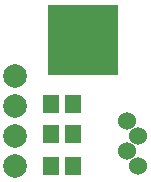
<source format=gbr>
G04 EAGLE Gerber RS-274X export*
G75*
%MOMM*%
%FSLAX34Y34*%
%LPD*%
%INSoldermask Bottom*%
%IPPOS*%
%AMOC8*
5,1,8,0,0,1.08239X$1,22.5*%
G01*
%ADD10R,5.969000X5.969000*%
%ADD11C,1.527000*%
%ADD12C,2.006600*%
%ADD13R,1.427000X1.627000*%


D10*
X73660Y123190D03*
D11*
X120570Y16510D03*
X110570Y29210D03*
X120570Y41910D03*
X110570Y54610D03*
D12*
X16510Y92710D03*
X16510Y67310D03*
X16510Y41910D03*
X16510Y16510D03*
D13*
X65380Y16510D03*
X46380Y16510D03*
X65380Y43180D03*
X46380Y43180D03*
X65380Y68580D03*
X46380Y68580D03*
M02*

</source>
